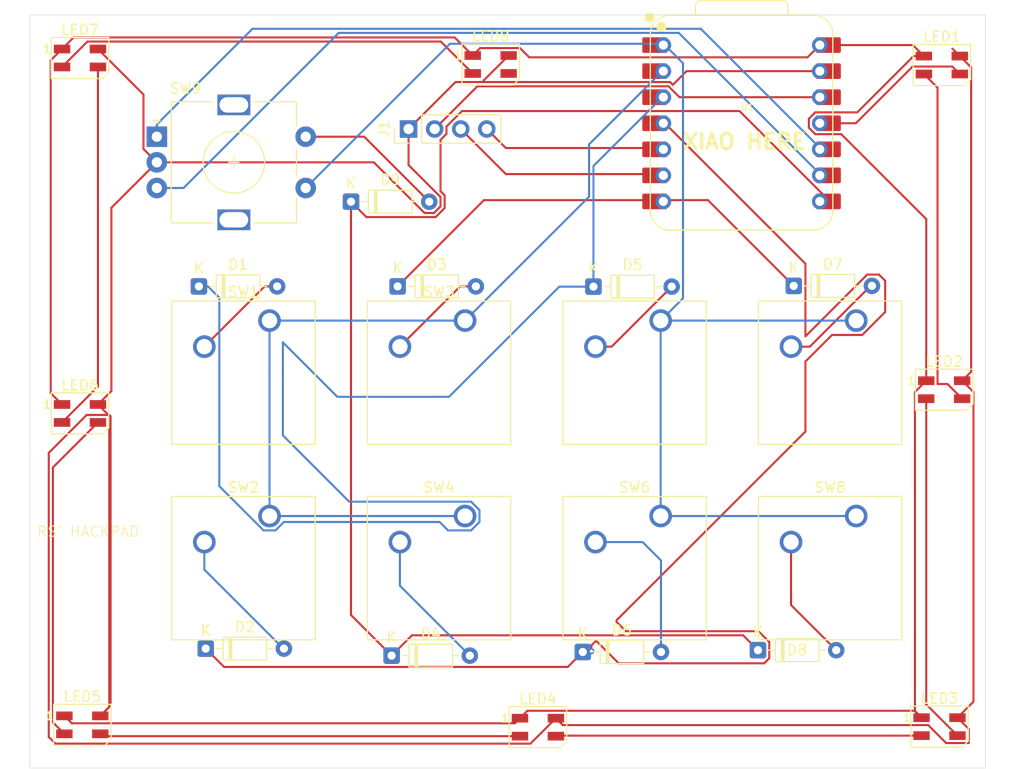
<source format=kicad_pcb>
(kicad_pcb (version 20241229) (generator "pcbnew") (generator_version "9.0")
  (layers (0 "F.Cu" signal) (2 "B.Cu" signal) (13 "F.Paste" user) (15 "B.Paste" user) (5 "F.SilkS" user "F.Silkscreen") (7 "B.SilkS" user "B.Silkscreen") (1 "F.Mask" user) (3 "B.Mask" user) (25 "Edge.Cuts" user))
  (net 0 "")
  (net 1 "Net-(D1-A)")
  (net 2 "/COL1")
  (net 3 "/COL2")
  (net 4 "Net-(D2-A)")
  (net 5 "Net-(D3-A)")
  (net 6 "/COL3")
  (net 7 "/COL4")
  (net 8 "Net-(D4-A)")
  (net 9 "Net-(D5-A)")
  (net 10 "Net-(D6-A)")
  (net 11 "Net-(D7-A)")
  (net 12 "Net-(D8-A)")
  (net 13 "Net-(D9-A)")
  (net 14 "+3.3V")
  (net 15 "GND")
  (net 16 "+5V")
  (net 17 "Net-(LED1-DIN)")
  (net 18 "Net-(LED1-DOUT)")
  (net 19 "Net-(LED2-DOUT)")
  (net 20 "Net-(LED3-DOUT)")
  (net 21 "Net-(LED4-DOUT)")
  (net 22 "/ROW1")
  (net 23 "/ROW2")
  (net 24 "Net-(U1-GPIO4{slash}MISO)")
  (net 25 "Net-(U1-GPIO2{slash}SCK)")
  (net 26 "Net-(J1-Pin_4)")
  (net 27 "Net-(J1-Pin_3)")
  (net 28 "Net-(LED5-DOUT)")
  (net 29 "Net-(LED6-DOUT)")
  (net 30 "Net-(LED7-DOUT)")
  (footprint "Rotary_Encoder:RotaryEncoder_Alps_EC11E-Switch_Vertical_H20mm" (layer "F.Cu") (at 117.7688 79.3896)
    (property "Reference" "SW9" (at 2.8 -4.7 0) (layer "F.SilkS"))
    (property "Value" "RotaryEncoder_Switch")
    (pad "A" thru_hole rect (at 0 0) (size 2 2) (drill 1) (layers "*.Cu" "*.Mask") (net 24 "Net-(U1-GPIO4{slash}MISO)"))
    (pad "B" thru_hole circle (at 0 5) (size 2 2) (drill 1) (layers "*.Cu" "*.Mask") (net 25 "Net-(U1-GPIO2{slash}SCK)"))
    (pad "C" thru_hole circle (at 0 2.5) (size 2 2) (drill 1) (layers "*.Cu" "*.Mask") (net 15 "GND"))
    (pad "MP" thru_hole rect (at 7.5 -3.1) (size 3.2 2) (drill oval 2.8 1.5) (layers "*.Cu" "*.Mask"))
    (pad "MP" thru_hole rect (at 7.5 8.1) (size 3.2 2) (drill oval 2.8 1.5) (layers "*.Cu" "*.Mask"))
    (pad "S1" thru_hole circle (at 14.5 5) (size 2 2) (drill 1) (layers "*.Cu" "*.Mask") (net 23 "/ROW2"))
    (pad "S2" thru_hole circle (at 14.5 0) (size 2 2) (drill 1) (layers "*.Cu" "*.Mask") (net 13 "Net-(D9-A)"))
  )
  (footprint "Diode_THT:D_DO-35_SOD27_P7.62mm_Horizontal" (layer "F.Cu") (at 140.6398 129.9718)
    (property "Reference" "D4" (at 3.81 -2.12 0) (layer "F.SilkS"))
    (property "Value" "1N4148")
    (fp_text user "K" (at 0 -1.8 0) (layer "F.SilkS"))
    (pad "1" thru_hole roundrect (at 0 0) (size 1.6 1.6) (drill 0.8) (layers "*.Cu" "*.Mask") (roundrect_rratio 0.15625) (net 7 "/COL4"))
    (pad "2" thru_hole circle (at 7.62 0) (size 1.6 1.6) (drill 0.8) (layers "*.Cu" "*.Mask") (net 8 "Net-(D4-A)"))
  )
  (footprint "Diode_THT:D_DO-35_SOD27_P7.62mm_Horizontal" (layer "F.Cu") (at 179.8066 93.9292)
    (property "Reference" "D7" (at 3.81 -2.12 0) (layer "F.SilkS"))
    (property "Value" "1N4148")
    (fp_text user "K" (at 0 -1.8 0) (layer "F.SilkS"))
    (pad "1" thru_hole roundrect (at 0 0) (size 1.6 1.6) (drill 0.8) (layers "*.Cu" "*.Mask") (roundrect_rratio 0.15625) (net 6 "/COL3"))
    (pad "2" thru_hole circle (at 7.62 0) (size 1.6 1.6) (drill 0.8) (layers "*.Cu" "*.Mask") (net 11 "Net-(D7-A)"))
  )
  (footprint "Diode_THT:D_DO-35_SOD27_P7.62mm_Horizontal" (layer "F.Cu") (at 136.68375 85.725)
    (property "Reference" "D9" (at 3.81 -2.12 0) (layer "F.SilkS"))
    (property "Value" "1N4148")
    (fp_text user "K" (at 0 -1.8 0) (layer "F.SilkS"))
    (pad "1" thru_hole roundrect (at 0 0) (size 1.6 1.6) (drill 0.8) (layers "*.Cu" "*.Mask") (roundrect_rratio 0.15625) (net 7 "/COL4"))
    (pad "2" thru_hole circle (at 7.62 0) (size 1.6 1.6) (drill 0.8) (layers "*.Cu" "*.Mask") (net 13 "Net-(D9-A)"))
  )
  (footprint "LED_SMD:LED_SK6812MINI_PLCC4_3.5x3.5mm_P1.75mm" (layer "F.Cu") (at 150.2892 72.3506)
    (property "Reference" "LED8" (at 0 -2.75 0) (layer "F.SilkS"))
    (property "Value" "choc_SK6812MINI-E")
    (fp_text user "1" (at -3.2 -0.875 0) (layer "F.SilkS") (effects (font (size 0.8 0.8))))
    (pad "1" smd rect (at -1.75 -0.875) (size 1.6 0.85) (layers "F.Cu" "F.Mask" "F.Paste") (net 16 "+5V"))
    (pad "2" smd rect (at -1.75 0.875) (size 1.6 0.85) (layers "F.Cu" "F.Mask" "F.Paste") (net 30 "Net-(LED7-DOUT)"))
    (pad "3" smd rect (at 1.75 0.875) (size 1.6 0.85) (layers "F.Cu" "F.Mask" "F.Paste"))
    (pad "4" smd rect (at 1.75 -0.875) (size 1.6 0.85) (layers "F.Cu" "F.Mask" "F.Paste") (net 15 "GND"))
  )
  (footprint "Button_Switch_Keyboard:SW_Cherry_MX_1.00u_PCB" (layer "F.Cu") (at 185.89625 97.31375)
    (property "Reference" "SW7" (hide yes))
    (property "Value" "SW_Push")
    (pad "" np_thru_hole circle (at -7.62 5.08) (size 1.7 1.7) (drill 1.7) (layers "*.Cu" "*.Mask"))
    (pad "" np_thru_hole circle (at -2.54 5.08) (size 4 4) (drill 4) (layers "*.Cu" "*.Mask"))
    (pad "" np_thru_hole circle (at 2.54 5.08) (size 1.7 1.7) (drill 1.7) (layers "*.Cu" "*.Mask"))
    (pad "1" thru_hole circle (at 0 0) (size 2.2 2.2) (drill 1.5) (layers "*.Cu" "*.Mask") (net 23 "/ROW2"))
    (pad "2" thru_hole circle (at -6.35 2.54) (size 2.2 2.2) (drill 1.5) (layers "*.Cu" "*.Mask") (net 11 "Net-(D7-A)"))
  )
  (footprint "Seeed Studio XIAO Series Library:XIAO-RP2040-DIP" (layer "F.Cu") (at 174.7266 78.0796)
    (property "Reference" "U1" (at 0.5588 -1.5748 0) (layer "F.SilkS") (effects (font (size 0.635 0.635) (thickness 0.1016))))
    (property "Value" "XIAO-RP2040-DIP")
    (pad "1" smd roundrect (at -8.455 -7.62 180) (size 2.432 1.524) (layers "F.Cu" "F.Mask") (roundrect_rratio 0.1) (net 23 "/ROW2"))
    (pad "1" thru_hole circle (at -7.62 -7.62 180) (size 1.524 1.524) (drill 0.889) (layers "*.Cu" "*.Mask") (net 23 "/ROW2"))
    (pad "2" smd roundrect (at -8.455 -5.08 180) (size 2.432 1.524) (layers "F.Cu" "F.Mask") (roundrect_rratio 0.1) (net 22 "/ROW1"))
    (pad "2" thru_hole circle (at -7.62 -5.08 180) (size 1.524 1.524) (drill 0.889) (layers "*.Cu" "*.Mask") (net 22 "/ROW1"))
    (pad "3" smd roundrect (at -8.455 -2.54 180) (size 2.432 1.524) (layers "F.Cu" "F.Mask") (roundrect_rratio 0.1) (net 2 "/COL1"))
    (pad "3" thru_hole circle (at -7.62 -2.54 180) (size 1.524 1.524) (drill 0.889) (layers "*.Cu" "*.Mask") (net 2 "/COL1"))
    (pad "4" smd roundrect (at -8.455 0 180) (size 2.432 1.524) (layers "F.Cu" "F.Mask") (roundrect_rratio 0.1) (net 3 "/COL2"))
    (pad "4" thru_hole circle (at -7.62 0 180) (size 1.524 1.524) (drill 0.889) (layers "*.Cu" "*.Mask") (net 3 "/COL2"))
    (pad "5" smd roundrect (at -8.455 2.54 180) (size 2.432 1.524) (layers "F.Cu" "F.Mask") (roundrect_rratio 0.1) (net 26 "Net-(J1-Pin_4)"))
    (pad "5" thru_hole circle (at -7.62 2.54 180) (size 1.524 1.524) (drill 0.889) (layers "*.Cu" "*.Mask") (net 26 "Net-(J1-Pin_4)"))
    (pad "6" smd roundrect (at -8.455 5.08 180) (size 2.432 1.524) (layers "F.Cu" "F.Mask") (roundrect_rratio 0.1) (net 27 "Net-(J1-Pin_3)"))
    (pad "6" thru_hole circle (at -7.62 5.08 180) (size 1.524 1.524) (drill 0.889) (layers "*.Cu" "*.Mask") (net 27 "Net-(J1-Pin_3)"))
    (pad "7" smd roundrect (at -8.455 7.62 180) (size 2.432 1.524) (layers "F.Cu" "F.Mask") (roundrect_rratio 0.1) (net 6 "/COL3"))
    (pad "7" thru_hole circle (at -7.62 7.62 180) (size 1.524 1.524) (drill 0.889) (layers "*.Cu" "*.Mask") (net 6 "/COL3"))
    (pad "8" thru_hole circle (at 7.62 7.62) (size 1.524 1.524) (drill 0.889) (layers "*.Cu" "*.Mask") (net 7 "/COL4"))
    (pad "8" smd roundrect (at 8.455 7.62) (size 2.432 1.524) (layers "F.Cu" "F.Mask") (roundrect_rratio 0.1) (net 7 "/COL4"))
    (pad "9" thru_hole circle (at 7.62 5.08) (size 1.524 1.524) (drill 0.889) (layers "*.Cu" "*.Mask") (net 25 "Net-(U1-GPIO2{slash}SCK)"))
    (pad "9" smd roundrect (at 8.455 5.08) (size 2.432 1.524) (layers "F.Cu" "F.Mask") (roundrect_rratio 0.1) (net 25 "Net-(U1-GPIO2{slash}SCK)"))
    (pad "10" thru_hole circle (at 7.62 2.54) (size 1.524 1.524) (drill 0.889) (layers "*.Cu" "*.Mask") (net 24 "Net-(U1-GPIO4{slash}MISO)"))
    (pad "10" smd roundrect (at 8.455 2.54) (size 2.432 1.524) (layers "F.Cu" "F.Mask") (roundrect_rratio 0.1) (net 24 "Net-(U1-GPIO4{slash}MISO)"))
    (pad "11" thru_hole circle (at 7.62 0) (size 1.524 1.524) (drill 0.889) (layers "*.Cu" "*.Mask") (net 17 "Net-(LED1-DIN)"))
    (pad "11" smd roundrect (at 8.455 0) (size 2.432 1.524) (layers "F.Cu" "F.Mask") (roundrect_rratio 0.1) (net 17 "Net-(LED1-DIN)"))
    (pad "12" thru_hole circle (at 7.62 -2.54) (size 1.524 1.524) (drill 0.889) (layers "*.Cu" "*.Mask") (net 14 "+3.3V"))
    (pad "12" smd roundrect (at 8.455 -2.54) (size 2.432 1.524) (layers "F.Cu" "F.Mask") (roundrect_rratio 0.1) (net 14 "+3.3V"))
    (pad "13" thru_hole circle (at 7.62 -5.08) (size 1.524 1.524) (drill 0.889) (layers "*.Cu" "*.Mask") (net 15 "GND"))
    (pad "13" smd roundrect (at 8.455 -5.08) (size 2.432 1.524) (layers "F.Cu" "F.Mask") (roundrect_rratio 0.1) (net 15 "GND"))
    (pad "14" thru_hole circle (at 7.62 -7.62) (size 1.524 1.524) (drill 0.889) (layers "*.Cu" "*.Mask") (net 16 "+5V"))
    (pad "14" smd roundrect (at 8.455 -7.62) (size 2.432 1.524) (layers "F.Cu" "F.Mask") (roundrect_rratio 0.1) (net 16 "+5V"))
  )
  (footprint "Button_Switch_Keyboard:SW_Cherry_MX_1.00u_PCB" (layer "F.Cu") (at 128.74625 116.36375)
    (property "Reference" "SW2" (at -2.54 -2.794 0) (layer "F.SilkS"))
    (property "Value" "SW_Push")
    (pad "" np_thru_hole circle (at -7.62 5.08) (size 1.7 1.7) (drill 1.7) (layers "*.Cu" "*.Mask"))
    (pad "" np_thru_hole circle (at -2.54 5.08) (size 4 4) (drill 4) (layers "*.Cu" "*.Mask"))
    (pad "" np_thru_hole circle (at 2.54 5.08) (size 1.7 1.7) (drill 1.7) (layers "*.Cu" "*.Mask"))
    (pad "1" thru_hole circle (at 0 0) (size 2.2 2.2) (drill 1.5) (layers "*.Cu" "*.Mask") (net 22 "/ROW1"))
    (pad "2" thru_hole circle (at -6.35 2.54) (size 2.2 2.2) (drill 1.5) (layers "*.Cu" "*.Mask") (net 4 "Net-(D2-A)"))
  )
  (footprint "Connector_PinHeader_2.54mm:PinHeader_1x04_P2.54mm_Vertical" (layer "F.Cu") (at 142.2908 78.6384 90)
    (property "Reference" "J1" (at 0 -2.38 90) (layer "F.SilkS"))
    (property "Value" "OLED_DISPLAY")
    (pad "1" thru_hole rect (at 0 0 90) (size 1.7 1.7) (drill 1) (layers "*.Cu" "*.Mask") (net 15 "GND"))
    (pad "2" thru_hole circle (at 0 2.54 90) (size 1.7 1.7) (drill 1) (layers "*.Cu" "*.Mask") (net 14 "+3.3V"))
    (pad "3" thru_hole circle (at 0 5.08 90) (size 1.7 1.7) (drill 1) (layers "*.Cu" "*.Mask") (net 27 "Net-(J1-Pin_3)"))
    (pad "4" thru_hole circle (at 0 7.62 90) (size 1.7 1.7) (drill 1) (layers "*.Cu" "*.Mask") (net 26 "Net-(J1-Pin_4)"))
  )
  (footprint "Diode_THT:D_DO-35_SOD27_P7.62mm_Horizontal" (layer "F.Cu") (at 176.3268 129.4384)
    (property "Reference" "D8" (at 3.81 0 0) (layer "F.SilkS"))
    (property "Value" "1N4148")
    (fp_text user "K" (at 0 -1.8 0) (layer "F.SilkS"))
    (pad "1" thru_hole roundrect (at 0 0) (size 1.6 1.6) (drill 0.8) (layers "*.Cu" "*.Mask") (roundrect_rratio 0.15625) (net 7 "/COL4"))
    (pad "2" thru_hole circle (at 7.62 0) (size 1.6 1.6) (drill 0.8) (layers "*.Cu" "*.Mask") (net 12 "Net-(D8-A)"))
  )
  (footprint "Button_Switch_Keyboard:SW_Cherry_MX_1.00u_PCB" (layer "F.Cu") (at 166.84625 116.36375)
    (property "Reference" "SW6" (at -2.54 -2.794 0) (layer "F.SilkS"))
    (property "Value" "SW_Push")
    (pad "" np_thru_hole circle (at -7.62 5.08) (size 1.7 1.7) (drill 1.7) (layers "*.Cu" "*.Mask"))
    (pad "" np_thru_hole circle (at -2.54 5.08) (size 4 4) (drill 4) (layers "*.Cu" "*.Mask"))
    (pad "" np_thru_hole circle (at 2.54 5.08) (size 1.7 1.7) (drill 1.7) (layers "*.Cu" "*.Mask"))
    (pad "1" thru_hole circle (at 0 0) (size 2.2 2.2) (drill 1.5) (layers "*.Cu" "*.Mask") (net 23 "/ROW2"))
    (pad "2" thru_hole circle (at -6.35 2.54) (size 2.2 2.2) (drill 1.5) (layers "*.Cu" "*.Mask") (net 10 "Net-(D6-A)"))
  )
  (footprint "LED_SMD:LED_SK6812MINI_PLCC4_3.5x3.5mm_P1.75mm" (layer "F.Cu") (at 110.2842 71.7182)
    (property "Reference" "LED7" (at 0 -2.75 0) (layer "F.SilkS"))
    (property "Value" "choc_SK6812MINI-E")
    (fp_text user "1" (at -3.2 -0.875 0) (layer "F.SilkS") (effects (font (size 0.8 0.8))))
    (pad "1" smd rect (at -1.75 -0.875) (size 1.6 0.85) (layers "F.Cu" "F.Mask" "F.Paste") (net 16 "+5V"))
    (pad "2" smd rect (at -1.75 0.875) (size 1.6 0.85) (layers "F.Cu" "F.Mask" "F.Paste") (net 30 "Net-(LED7-DOUT)"))
    (pad "3" smd rect (at 1.75 0.875) (size 1.6 0.85) (layers "F.Cu" "F.Mask" "F.Paste") (net 29 "Net-(LED6-DOUT)"))
    (pad "4" smd rect (at 1.75 -0.875) (size 1.6 0.85) (layers "F.Cu" "F.Mask" "F.Paste") (net 15 "GND"))
  )
  (footprint "LED_SMD:LED_SK6812MINI_PLCC4_3.5x3.5mm_P1.75mm" (layer "F.Cu") (at 194.465 104.0498)
    (property "Reference" "LED2" (at 0 -2.75 0) (layer "F.SilkS"))
    (property "Value" "choc_SK6812MINI-E")
    (fp_text user "1" (at -3.2 -0.875 0) (layer "F.SilkS") (effects (font (size 0.8 0.8))))
    (pad "1" smd rect (at -1.75 -0.875) (size 1.6 0.85) (layers "F.Cu" "F.Mask" "F.Paste") (net 16 "+5V"))
    (pad "2" smd rect (at -1.75 0.875) (size 1.6 0.85) (layers "F.Cu" "F.Mask" "F.Paste") (net 19 "Net-(LED2-DOUT)"))
    (pad "3" smd rect (at 1.75 0.875) (size 1.6 0.85) (layers "F.Cu" "F.Mask" "F.Paste") (net 18 "Net-(LED1-DOUT)"))
    (pad "4" smd rect (at 1.75 -0.875) (size 1.6 0.85) (layers "F.Cu" "F.Mask" "F.Paste") (net 15 "GND"))
  )
  (footprint "Button_Switch_Keyboard:SW_Cherry_MX_1.00u_PCB" (layer "F.Cu") (at 128.74625 97.31375)
    (property "Reference" "SW1" (at -2.54 -2.794 0) (layer "F.SilkS"))
    (property "Value" "SW_Push")
    (pad "" np_thru_hole circle (at -7.62 5.08) (size 1.7 1.7) (drill 1.7) (layers "*.Cu" "*.Mask"))
    (pad "" np_thru_hole circle (at -2.54 5.08) (size 4 4) (drill 4) (layers "*.Cu" "*.Mask"))
    (pad "" np_thru_hole circle (at 2.54 5.08) (size 1.7 1.7) (drill 1.7) (layers "*.Cu" "*.Mask"))
    (pad "1" thru_hole circle (at 0 0) (size 2.2 2.2) (drill 1.5) (layers "*.Cu" "*.Mask") (net 22 "/ROW1"))
    (pad "2" thru_hole circle (at -6.35 2.54) (size 2.2 2.2) (drill 1.5) (layers "*.Cu" "*.Mask") (net 1 "Net-(D1-A)"))
  )
  (footprint "LED_SMD:LED_SK6812MINI_PLCC4_3.5x3.5mm_P1.75mm" (layer "F.Cu") (at 194.2364 72.404)
    (property "Reference" "LED1" (at 0 -2.75 0) (layer "F.SilkS"))
    (property "Value" "choc_SK6812MINI-E")
    (pad "1" smd rect (at -1.75 -0.875) (size 1.6 0.85) (layers "F.Cu" "F.Mask" "F.Paste") (net 16 "+5V"))
    (pad "2" smd rect (at -1.75 0.875) (size 1.6 0.85) (layers "F.Cu" "F.Mask" "F.Paste") (net 18 "Net-(LED1-DOUT)"))
    (pad "3" smd rect (at 1.75 0.875) (size 1.6 0.85) (layers "F.Cu" "F.Mask" "F.Paste") (net 17 "Net-(LED1-DIN)"))
    (pad "4" smd rect (at 1.75 -0.875) (size 1.6 0.85) (layers "F.Cu" "F.Mask" "F.Paste") (net 15 "GND"))
  )
  (footprint "Button_Switch_Keyboard:SW_Cherry_MX_1.00u_PCB" (layer "F.Cu") (at 185.89625 116.36375)
    (property "Reference" "SW8" (at -2.54 -2.794 0) (layer "F.SilkS"))
    (property "Value" "SW_Push")
    (pad "" np_thru_hole circle (at -7.62 5.08) (size 1.7 1.7) (drill 1.7) (layers "*.Cu" "*.Mask"))
    (pad "" np_thru_hole circle (at -2.54 5.08) (size 4 4) (drill 4) (layers "*.Cu" "*.Mask"))
    (pad "" np_thru_hole circle (at 2.54 5.08) (size 1.7 1.7) (drill 1.7) (layers "*.Cu" "*.Mask"))
    (pad "1" thru_hole circle (at 0 0) (size 2.2 2.2) (drill 1.5) (layers "*.Cu" "*.Mask") (net 23 "/ROW2"))
    (pad "2" thru_hole circle (at -6.35 2.54) (size 2.2 2.2) (drill 1.5) (layers "*.Cu" "*.Mask") (net 12 "Net-(D8-A)"))
  )
  (footprint "Diode_THT:D_DO-35_SOD27_P7.62mm_Horizontal" (layer "F.Cu") (at 122.5296 129.286)
    (property "Reference" "D2" (at 3.81 -2.12 0) (layer "F.SilkS"))
    (property "Value" "1N4148")
    (fp_text user "K" (at 0 -1.8 0) (layer "F.SilkS"))
    (pad "1" thru_hole roundrect (at 0 0) (size 1.6 1.6) (drill 0.8) (layers "*.Cu" "*.Mask") (roundrect_rratio 0.15625) (net 3 "/COL2"))
    (pad "2" thru_hole circle (at 7.62 0) (size 1.6 1.6) (drill 0.8) (layers "*.Cu" "*.Mask") (net 4 "Net-(D2-A)"))
  )
  (footprint "Diode_THT:D_DO-35_SOD27_P7.62mm_Horizontal" (layer "F.Cu") (at 121.8692 93.98)
    (property "Reference" "D1" (at 3.81 -2.12 0) (layer "F.SilkS"))
    (property "Value" "1N4148")
    (fp_text user "K" (at 0 -1.8 0) (layer "F.SilkS"))
    (pad "1" thru_hole roundrect (at 0 0) (size 1.6 1.6) (drill 0.8) (layers "*.Cu" "*.Mask") (roundrect_rratio 0.15625) (net 2 "/COL1"))
    (pad "2" thru_hole circle (at 7.62 0) (size 1.6 1.6) (drill 0.8) (layers "*.Cu" "*.Mask") (net 1 "Net-(D1-A)"))
  )
  (footprint "LED_SMD:LED_SK6812MINI_PLCC4_3.5x3.5mm_P1.75mm" (layer "F.Cu") (at 110.2842 106.3638)
    (property "Reference" "LED6" (at 0 -2.75 0) (layer "F.SilkS"))
    (property "Value" "choc_SK6812MINI-E")
    (fp_text user "1" (at -3.2 -0.875 0) (layer "F.SilkS") (effects (font (size 0.8 0.8))))
    (pad "1" smd rect (at -1.75 -0.875) (size 1.6 0.85) (layers "F.Cu" "F.Mask" "F.Paste") (net 16 "+5V"))
    (pad "2" smd rect (at -1.75 0.875) (size 1.6 0.85) (layers "F.Cu" "F.Mask" "F.Paste") (net 29 "Net-(LED6-DOUT)"))
    (pad "3" smd rect (at 1.75 0.875) (size 1.6 0.85) (layers "F.Cu" "F.Mask" "F.Paste") (net 28 "Net-(LED5-DOUT)"))
    (pad "4" smd rect (at 1.75 -0.875) (size 1.6 0.85) (layers "F.Cu" "F.Mask" "F.Paste") (net 15 "GND"))
  )
  (footprint "Button_Switch_Keyboard:SW_Cherry_MX_1.00u_PCB" (layer "F.Cu") (at 166.84625 97.31375)
    (property "Reference" "SW5" (hide yes))
    (property "Value" "SW_Push")
    (pad "" np_thru_hole circle (at -7.62 5.08) (size 1.7 1.7) (drill 1.7) (layers "*.Cu" "*.Mask"))
    (pad "" np_thru_hole circle (at -2.54 5.08) (size 4 4) (drill 4) (layers "*.Cu" "*.Mask"))
    (pad "" np_thru_hole circle (at 2.54 5.08) (size 1.7 1.7) (drill 1.7) (layers "*.Cu" "*.Mask"))
    (pad "1" thru_hole circle (at 0 0) (size 2.2 2.2) (drill 1.5) (layers "*.Cu" "*.Mask") (net 23 "/ROW2"))
    (pad "2" thru_hole circle (at -6.35 2.54) (size 2.2 2.2) (drill 1.5) (layers "*.Cu" "*.Mask") (net 9 "Net-(D5-A)"))
  )
  (footprint "Button_Switch_Keyboard:SW_Cherry_MX_1.00u_PCB" (layer "F.Cu") (at 147.79625 97.31375)
    (property "Reference" "SW3" (at -2.54 -2.794 0) (layer "F.SilkS"))
    (property "Value" "SW_Push")
    (pad "" np_thru_hole circle (at -7.62 5.08) (size 1.7 1.7) (drill 1.7) (layers "*.Cu" "*.Mask"))
    (pad "" np_thru_hole circle (at -2.54 5.08) (size 4 4) (drill 4) (layers "*.Cu" "*.Mask"))
    (pad "" np_thru_hole circle (at 2.54 5.08) (size 1.7 1.7) (drill 1.7) (layers "*.Cu" "*.Mask"))
    (pad "1" thru_hole circle (at 0 0) (size 2.2 2.2) (drill 1.5) (layers "*.Cu" "*.Mask") (net 22 "/ROW1"))
    (pad "2" thru_hole circle (at -6.35 2.54) (size 2.2 2.2) (drill 1.5) (layers "*.Cu" "*.Mask") (net 5 "Net-(D3-A)"))
  )
  (footprint "LED_SMD:LED_SK6812MINI_PLCC4_3.5x3.5mm_P1.75mm" (layer "F.Cu") (at 194.0078 136.892)
    (property "Reference" "LED3" (at 0 -2.75 0) (layer "F.SilkS"))
    (property "Value" "choc_SK6812MINI-E")
    (fp_text user "1" (at -3.2 -0.875 0) (layer "F.SilkS") (effects (font (size 0.8 0.8))))
    (pad "1" smd rect (at -1.75 -0.875) (size 1.6 0.85) (layers "F.Cu" "F.Mask" "F.Paste") (net 16 "+5V"))
    (pad "2" smd rect (at -1.75 0.875) (size 1.6 0.85) (layers "F.Cu" "F.Mask" "F.Paste") (net 20 "Net-(LED3-DOUT)"))
    (pad "3" smd rect (at 1.75 0.875) (size 1.6 0.85) (layers "F.Cu" "F.Mask" "F.Paste") (net 19 "Net-(LED2-DOUT)"))
    (pad "4" smd rect (at 1.75 -0.875) (size 1.6 0.85) (layers "F.Cu" "F.Mask" "F.Paste") (net 15 "GND"))
  )
  (footprint "Diode_THT:D_DO-35_SOD27_P7.62mm_Horizontal" (layer "F.Cu") (at 160.2994 94.0054)
    (property "Reference" "D5" (at 3.81 -2.12 0) (layer "F.SilkS"))
    (property "Value" "1N4148")
    (fp_text user "K" (at 0 -1.8 0) (layer "F.SilkS"))
    (pad "1" thru_hole roundrect (at 0 0) (size 1.6 1.6) (drill 0.8) (layers "*.Cu" "*.Mask") (roundrect_rratio 0.15625) (net 2 "/COL1"))
    (pad "2" thru_hole circle (at 7.62 0) (size 1.6 1.6) (drill 0.8) (layers "*.Cu" "*.Mask") (net 9 "Net-(D5-A)"))
  )
  (footprint "Button_Switch_Keyboard:SW_Cherry_MX_1.00u_PCB" (layer "F.Cu") (at 147.79625 116.36375)
    (property "Reference" "SW4" (at -2.54 -2.794 0) (layer "F.SilkS"))
    (property "Value" "SW_Push")
    (pad "" np_thru_hole circle (at -7.62 5.08) (size 1.7 1.7) (drill 1.7) (layers "*.Cu" "*.Mask"))
    (pad "" np_thru_hole circle (at -2.54 5.08) (size 4 4) (drill 4) (layers "*.Cu" "*.Mask"))
    (pad "" np_thru_hole circle (at 2.54 5.08) (size 1.7 1.7) (drill 1.7) (layers "*.Cu" "*.Mask"))
    (pad "1" thru_hole circle (at 0 0) (size 2.2 2.2) (drill 1.5) (layers "*.Cu" "*.Mask") (net 22 "/ROW1"))
    (pad "2" thru_hole circle (at -6.35 2.54) (size 2.2 2.2) (drill 1.5) (layers "*.Cu" "*.Mask") (net 8 "Net-(D4-A)"))
  )
  (footprint "Diode_THT:D_DO-35_SOD27_P7.62mm_Horizontal" (layer "F.Cu") (at 159.258 129.6162)
    (property "Reference" "D6" (at 3.81 -2.12 0) (layer "F.SilkS"))
    (property "Value" "1N4148")
    (fp_text user "K" (at 0 -1.8 0) (layer "F.SilkS"))
    (pad "1" thru_hole roundrect (at 0 0) (size 1.6 1.6) (drill 0.8) (layers "*.Cu" "*.Mask") (roundrect_rratio 0.15625) (net 3 "/COL2"))
    (pad "2" thru_hole circle (at 7.62 0) (size 1.6 1.6) (drill 0.8) (layers "*.Cu" "*.Mask") (net 10 "Net-(D6-A)"))
  )
  (footprint "Diode_THT:D_DO-35_SOD27_P7.62mm_Horizontal" (layer "F.Cu") (at 141.224 93.98)
    (property "Reference" "D3" (at 3.81 -2.12 0) (layer "F.SilkS"))
    (property "Value" "1N4148")
    (fp_text user "K" (at 0 -1.8 0) (layer "F.SilkS"))
    (pad "1" thru_hole roundrect (at 0 0) (size 1.6 1.6) (drill 0.8) (layers "*.Cu" "*.Mask") (roundrect_rratio 0.15625) (net 6 "/COL3"))
    (pad "2" thru_hole circle (at 7.62 0) (size 1.6 1.6) (drill 0.8) (layers "*.Cu" "*.Mask") (net 5 "Net-(D3-A)"))
  )
  (footprint "LED_SMD:LED_SK6812MINI_PLCC4_3.5x3.5mm_P1.75mm" (layer "F.Cu") (at 110.5128 136.7168)
    (property "Reference" "LED5" (at 0 -2.75 0) (layer "F.SilkS"))
    (property "Value" "choc_SK6812MINI-E")
    (fp_text user "1" (at -3.2 -0.875 0) (layer "F.SilkS") (effects (font (size 0.8 0.8))))
    (pad "1" smd rect (at -1.75 -0.875) (size 1.6 0.85) (layers "F.Cu" "F.Mask" "F.Paste") (net 16 "+5V"))
    (pad "2" smd rect (at -1.75 0.875) (size 1.6 0.85) (layers "F.Cu" "F.Mask" "F.Paste") (net 28 "Net-(LED5-DOUT)"))
    (pad "3" smd rect (at 1.75 0.875) (size 1.6 0.85) (layers "F.Cu" "F.Mask" "F.Paste") (net 21 "Net-(LED4-DOUT)"))
    (pad "4" smd rect (at 1.75 -0.875) (size 1.6 0.85) (layers "F.Cu" "F.Mask" "F.Paste") (net 15 "GND"))
  )
  (footprint "LED_SMD:LED_SK6812MINI_PLCC4_3.5x3.5mm_P1.75mm" (layer "F.Cu") (at 154.8918 136.9454)
    (property "Reference" "LED4" (at 0 -2.75 0) (layer "F.SilkS"))
    (property "Value" "choc_SK6812MINI-E")
    (fp_text user "1" (at -3.2 -0.875 0) (layer "F.SilkS") (effects (font (size 0.8 0.8))))
    (pad "1" smd rect (at -1.75 -0.875) (size 1.6 0.85) (layers "F.Cu" "F.Mask" "F.Paste") (net 16 "+5V"))
    (pad "2" smd rect (at -1.75 0.875) (size 1.6 0.85) (layers "F.Cu" "F.Mask" "F.Paste") (net 21 "Net-(LED4-DOUT)"))
    (pad "3" smd rect (at 1.75 0.875) (size 1.6 0.85) (layers "F.Cu" "F.Mask" "F.Paste") (net 20 "Net-(LED3-DOUT)"))
    (pad "4" smd rect (at 1.75 -0.875) (size 1.6 0.85) (layers "F.Cu" "F.Mask" "F.Paste") (net 15 "GND"))
  )
  (gr_rect (start 105.41 67.5132) (end 198.4756 140.9192) (stroke (width 0.05)) (fill no) (layer "Edge.Cuts"))
  (gr_text "XIAO HERE" (at 168.8592 80.7466 0) (layer "F.SilkS") (effects (font (size 1.5 1.5) (thickness 0.3) (bold yes)) (justify left bottom)))
  (gr_text "RS' HACKPAD" (at 106.045 118.4656 0) (layer "F.SilkS") (effects (font (size 1 1) (thickness 0.1)) (justify left bottom)))
  (segment (start 122.39625 99.85375) (end 128.27 93.98) (width 0.2) (layer "F.Cu") (net 1))
  (segment (start 128.27 93.98) (end 129.4892 93.98) (width 0.2) (layer "F.Cu") (net 1))
  (segment (start 149.19725 116.944064) (end 148.376564 117.76475) (width 0.2) (layer "B.Cu") (net 2))
  (segment (start 123.85525 95.083936) (end 122.751314 93.98) (width 0.2) (layer "B.Cu") (net 2))
  (segment (start 167.132 75.4126) (end 160.2994 82.2452) (width 0.2) (layer "B.Cu") (net 2))
  (segment (start 130.14725 116.944064) (end 129.326564 117.76475) (width 0.2) (layer "B.Cu") (net 2))
  (segment (start 128.165936 117.76475) (end 123.85525 113.454064) (width 0.2) (layer "B.Cu") (net 2))
  (segment (start 160.2994 94.0054) (end 156.969416 94.0054) (width 0.2) (layer "B.Cu") (net 2))
  (segment (start 146.138508 117.76475) (end 145.317822 116.944064) (width 0.2) (layer "B.Cu") (net 2))
  (segment (start 146.230066 104.74475) (end 135.356564 104.74475) (width 0.2) (layer "B.Cu") (net 2))
  (segment (start 129.326564 117.76475) (end 128.165936 117.76475) (width 0.2) (layer "B.Cu") (net 2))
  (segment (start 160.2994 82.2452) (end 160.2994 94.0054) (width 0.2) (layer "B.Cu") (net 2))
  (segment (start 148.376564 114.96275) (end 149.19725 115.783436) (width 0.2) (layer "B.Cu") (net 2))
  (segment (start 135.356564 104.74475) (end 130.046414 99.4346) (width 0.2) (layer "B.Cu") (net 2))
  (segment (start 136.508836 114.96275) (end 148.376564 114.96275) (width 0.2) (layer "B.Cu") (net 2))
  (segment (start 156.969416 94.0054) (end 146.230066 104.74475) (width 0.2) (layer "B.Cu") (net 2))
  (segment (start 148.376564 117.76475) (end 146.138508 117.76475) (width 0.2) (layer "B.Cu") (net 2))
  (segment (start 145.317822 116.944064) (end 130.14725 116.944064) (width 0.2) (layer "B.Cu") (net 2))
  (segment (start 130.046414 99.4346) (end 130.046414 108.500328) (width 0.2) (layer "B.Cu") (net 2))
  (segment (start 123.85525 113.454064) (end 123.85525 95.083936) (width 0.2) (layer "B.Cu") (net 2))
  (segment (start 149.19725 115.783436) (end 149.19725 116.944064) (width 0.2) (layer "B.Cu") (net 2))
  (segment (start 130.046414 108.500328) (end 136.508836 114.96275) (width 0.2) (layer "B.Cu") (net 2))
  (segment (start 122.751314 93.98) (end 121.8692 93.98) (width 0.2) (layer "B.Cu") (net 2))
  (segment (start 162.5536 126.681915) (end 163.461285 127.5896) (width 0.2) (layer "F.Cu") (net 3))
  (segment (start 180.94725 108.127566) (end 162.5536 126.521216) (width 0.2) (layer "F.Cu") (net 3))
  (segment (start 180.94725 101.304435) (end 180.94725 108.127566) (width 0.2) (layer "F.Cu") (net 3))
  (segment (start 176.93416 130.7172) (end 162.756816 130.7172) (width 0.2) (layer "F.Cu") (net 3))
  (segment (start 160.0962 128.978616) (end 160.0962 129.54) (width 0.2) (layer "F.Cu") (net 3))
  (segment (start 167.132 77.9526) (end 180.94725 91.76785) (width 0.2) (layer "F.Cu") (net 3))
  (segment (start 159.258 129.6162) (end 157.8014 131.0728) (width 0.2) (layer "F.Cu") (net 3))
  (segment (start 176.36416 127.5896) (end 177.4278 128.65324) (width 0.2) (layer "F.Cu") (net 3))
  (segment (start 162.5536 126.521216) (end 162.5536 126.681915) (width 0.2) (layer "F.Cu") (net 3))
  (segment (start 180.94725 98.8515) (end 186.97055 92.8282) (width 0.2) (layer "F.Cu") (net 3))
  (segment (start 157.8014 131.0728) (end 124.3164 131.0728) (width 0.2) (layer "F.Cu") (net 3))
  (segment (start 186.97055 92.8282) (end 188.110485 92.8282) (width 0.2) (layer "F.Cu") (net 3))
  (segment (start 180.94725 91.76785) (end 180.94725 98.8515) (width 0.2) (layer "F.Cu") (net 3))
  (segment (start 162.756816 130.7172) (end 160.557216 128.5176) (width 0.2) (layer "F.Cu") (net 3))
  (segment (start 188.110485 92.8282) (end 188.7156 93.433315) (width 0.2) (layer "F.Cu") (net 3))
  (segment (start 188.7156 96.475714) (end 186.476564 98.71475) (width 0.2) (layer "F.Cu") (net 3))
  (segment (start 177.4278 128.65324) (end 177.4278 130.22356) (width 0.2) (layer "F.Cu") (net 3))
  (segment (start 183.536935 98.71475) (end 180.94725 101.304435) (width 0.2) (layer "F.Cu") (net 3))
  (segment (start 188.7156 93.433315) (end 188.7156 96.475714) (width 0.2) (layer "F.Cu") (net 3))
  (segment (start 177.4278 130.22356) (end 176.93416 130.7172) (width 0.2) (layer "F.Cu") (net 3))
  (segment (start 124.3164 131.0728) (end 122.5296 129.286) (width 0.2) (layer "F.Cu") (net 3))
  (segment (start 160.557216 128.5176) (end 160.0962 128.978616) (width 0.2) (layer "F.Cu") (net 3))
  (segment (start 163.461285 127.5896) (end 176.36416 127.5896) (width 0.2) (layer "F.Cu") (net 3))
  (segment (start 186.476564 98.71475) (end 183.536935 98.71475) (width 0.2) (layer "F.Cu") (net 3))
  (segment (start 123.03984 129.6885) (end 122.724 129.37266) (width 0.2) (layer "F.Cu") (net 3))
  (via (at 160.0962 129.54) (size 0.6) (drill 0.3) (layers "F.Cu" "B.Cu") (net 3))
  (segment (start 122.39625 121.58345) (end 122.39625 118.90375) (width 0.2) (layer "B.Cu") (net 4))
  (segment (start 130.1496 129.286) (end 130.0988 129.286) (width 0.2) (layer "B.Cu") (net 4))
  (segment (start 130.0988 129.286) (end 122.39625 121.58345) (width 0.2) (layer "B.Cu") (net 4))
  (segment (start 147.32 93.98) (end 148.844 93.98) (width 0.2) (layer "F.Cu") (net 5))
  (segment (start 141.44625 99.85375) (end 147.32 93.98) (width 0.2) (layer "F.Cu") (net 5))
  (segment (start 171.45 85.5726) (end 179.8066 93.9292) (width 0.2) (layer "F.Cu") (net 6))
  (segment (start 167.132 85.5726) (end 171.45 85.5726) (width 0.2) (layer "F.Cu") (net 6))
  (segment (start 167.132 85.5726) (end 149.6314 85.5726) (width 0.2) (layer "F.Cu") (net 6))
  (segment (start 149.6314 85.5726) (end 141.224 93.98) (width 0.2) (layer "F.Cu") (net 6))
  (segment (start 138.18475 87.226) (end 136.68375 85.725) (width 0.2) (layer "F.Cu") (net 7))
  (segment (start 145.9818 79.11516) (end 145.40475 79.69221) (width 0.2) (layer "F.Cu") (net 7))
  (segment (start 136.68375 126.01575) (end 140.6398 129.9718) (width 0.2) (layer "F.Cu") (net 7))
  (segment (start 174.524 76.8896) (end 147.49184 76.8896) (width 0.2) (layer "F.Cu") (net 7))
  (segment (start 145.40475 79.69221) (end 145.40475 84.703264) (width 0.2) (layer "F.Cu") (net 7))
  (segment (start 136.68375 85.725) (end 136.68375 126.01575) (width 0.2) (layer "F.Cu") (net 7))
  (segment (start 145.9818 78.39964) (end 145.9818 79.11516) (width 0.2) (layer "F.Cu") (net 7))
  (segment (start 147.49184 76.8896) (end 145.9818 78.39964) (width 0.2) (layer "F.Cu") (net 7))
  (segment (start 174.879 127.9906) (end 176.3268 129.4384) (width 0.2) (layer "F.Cu") (net 7))
  (segment (start 145.40475 84.703264) (end 145.80475 85.103265) (width 0.2) (layer "F.Cu") (net 7))
  (segment (start 140.6398 129.9718) (end 142.621 127.9906) (width 0.2) (layer "F.Cu") (net 7))
  (segment (start 144.925485 87.226) (end 138.18475 87.226) (width 0.2) (layer "F.Cu") (net 7))
  (segment (start 145.80475 85.103265) (end 145.80475 86.346736) (width 0.2) (layer "F.Cu") (net 7))
  (segment (start 183.207 85.5726) (end 174.524 76.8896) (width 0.2) (layer "F.Cu") (net 7))
  (segment (start 145.80475 86.346736) (end 144.925485 87.226) (width 0.2) (layer "F.Cu") (net 7))
  (segment (start 142.621 127.9906) (end 174.879 127.9906) (width 0.2) (layer "F.Cu") (net 7))
  (segment (start 141.44625 123.15825) (end 141.44625 118.90375) (width 0.2) (layer "B.Cu") (net 8))
  (segment (start 148.2598 129.9718) (end 141.44625 123.15825) (width 0.2) (layer "B.Cu") (net 8))
  (segment (start 160.49625 99.85375) (end 162.07105 99.85375) (width 0.2) (layer "F.Cu") (net 9))
  (segment (start 162.07105 99.85375) (end 167.9194 94.0054) (width 0.2) (layer "F.Cu") (net 9))
  (segment (start 165.091066 118.90375) (end 160.49625 118.90375) (width 0.2) (layer "B.Cu") (net 10))
  (segment (start 166.878 120.690684) (end 165.091066 118.90375) (width 0.2) (layer "B.Cu") (net 10))
  (segment (start 166.878 129.6162) (end 166.878 120.690684) (width 0.2) (layer "B.Cu") (net 10))
  (segment (start 181.374936 99.85375) (end 187.629686 93.599) (width 0.2) (layer "F.Cu") (net 11))
  (segment (start 179.54625 99.85375) (end 181.374936 99.85375) (width 0.2) (layer "F.Cu") (net 11))
  (segment (start 179.54625 125.03785) (end 179.54625 118.90375) (width 0.2) (layer "F.Cu") (net 12))
  (segment (start 183.9468 129.4384) (end 179.54625 125.03785) (width 0.2) (layer "F.Cu") (net 12))
  (segment (start 132.2688 79.3896) (end 137.96835 79.3896) (width 0.2) (layer "F.Cu") (net 13))
  (segment (start 137.96835 79.3896) (end 144.30375 85.725) (width 0.2) (layer "F.Cu") (net 13))
  (segment (start 167.611514 74.4766) (end 148.9926 74.4766) (width 0.2) (layer "F.Cu") (net 14))
  (segment (start 182.3466 75.5396) (end 168.674514 75.5396) (width 0.2) (layer "F.Cu") (net 14))
  (segment (start 148.9926 74.4766) (end 144.8308 78.6384) (width 0.2) (layer "F.Cu") (net 14))
  (segment (start 168.674514 75.5396) (end 167.611514 74.4766) (width 0.2) (layer "F.Cu") (net 14))
  (segment (start 182.3466 72.9996) (end 169.3672 72.9996) (width 0.2) (layer "F.Cu") (net 15))
  (segment (start 112.0342 70.8432) (end 112.2452 70.8432) (width 0.2) (layer "F.Cu") (net 15))
  (segment (start 110.9332 106.5128) (end 107.2442 110.2018) (width 0.2) (layer "F.Cu") (net 15))
  (segment (start 117.7688 81.8896) (end 116.4678 80.5886) (width 0.2) (layer "F.Cu") (net 15))
  (segment (start 195.7578 136.017) (end 196.8588 137.118) (width 0.2) (layer "F.Cu") (net 15))
  (segment (start 107.2442 137.9002) (end 107.8904 138.5464) (width 0.2) (layer "F.Cu") (net 15))
  (segment (start 197.316 104.2758) (end 197.316 134.4588) (width 0.2) (layer "F.Cu") (net 15))
  (segment (start 182.7704 72.4742) (end 182.372 72.8726) (width 0.2) (layer "F.Cu") (net 15))
  (segment (start 197.316 134.4588) (end 195.7578 136.017) (width 0.2) (layer "F.Cu") (net 15))
  (segment (start 112.2628 135.8418) (end 113.2628 134.8418) (width 0.2) (layer "F.Cu") (net 15))
  (segment (start 116.4678 75.2768) (end 112.0342 70.8432) (width 0.2) (layer "F.Cu") (net 15))
  (segment (start 194.6568 138.493) (end 192.9068 136.743) (width 0.2) (layer "F.Cu") (net 15))
  (segment (start 149.606 73.9088) (end 152.0392 71.4756) (width 0.2) (layer "F.Cu") (net 15))
  (segment (start 195.9864 71.529) (end 197.0874 72.63) (width 0.2) (layer "F.Cu") (net 15))
  (segment (start 157.3144 136.743) (end 156.6418 136.0704) (width 0.2) (layer "F.Cu") (net 15))
  (segment (start 169.3672 72.9996) (end 168.034407 74.332393) (width 0.2) (layer "F.Cu") (net 15))
  (segment (start 107.8904 138.5464) (end 154.1658 138.5464) (width 0.2) (layer "F.Cu") (net 15))
  (segment (start 113.2628 106.6404) (end 113.1352 106.5128) (width 0.2) (layer "F.Cu") (net 15))
  (segment (start 154.1658 138.5464) (end 156.6418 136.0704) (width 0.2) (layer "F.Cu") (net 15))
  (segment (start 167.764614 74.0626) (end 149.606 74.0626) (width 0.2) (layer "F.Cu") (net 15))
  (segment (start 116.4678 80.5886) (end 116.4678 75.2768) (width 0.2) (layer "F.Cu") (net 15))
  (segment (start 149.606 74.0626) (end 149.606 73.9088) (width 0.2) (layer "F.Cu") (net 15))
  (segment (start 168.034407 74.332393) (end 167.764614 74.0626) (width 0.2) (layer "F.Cu") (net 15))
  (segment (start 149.606 74.0626) (end 146.8666 74.0626) (width 0.2) (layer "F.Cu") (net 15))
  (segment (start 145.40475 86.18105) (end 144.7598 86.826) (width 0.2) (layer "F.Cu") (net 15))
  (segment (start 112.0342 105.4888) (end 113.342 104.181) (width 0.2) (layer "F.Cu") (net 15))
  (segment (start 113.1352 106.5128) (end 110.9332 106.5128) (width 0.2) (layer "F.Cu") (net 15))
  (segment (start 113.342 86.3164) (end 117.7688 81.8896) (width 0.2) (layer "F.Cu") (net 15))
  (segment (start 143.8477 86.826) (end 138.9113 81.8896) (width 0.2) (layer "F.Cu") (net 15))
  (segment (start 195.2604 70.803) (end 195.9864 71.529) (width 0.2) (layer "F.Cu") (net 15))
  (segment (start 196.215 103.1748) (end 197.316 104.2758) (width 0.2) (layer "F.Cu") (net 15))
  (segment (start 196.8588 138.493) (end 194.6568 138.493) (width 0.2) (layer "F.Cu") (net 15))
  (segment (start 112.0342 105.4888) (end 113.1352 106.5898) (width 0.2) (layer "F.Cu") (net 15))
  (segment (start 196.8588 137.118) (end 196.8588 138.493) (width 0.2) (layer "F.Cu") (net 15))
  (segment (start 142.2908 78.6384) (end 142.2908 82.155) (width 0.2) (layer "F.Cu") (net 15))
  (segment (start 145.40475 85.26895) (end 145.40475 86.18105) (width 0.2) (layer "F.Cu") (net 15))
  (segment (start 142.2908 82.155) (end 145.40475 85.26895) (width 0.2) (layer "F.Cu") (net 15))
  (segment (start 146.8666 74.0626) (end 142.2908 78.6384) (width 0.2) (layer "F.Cu") (net 15))
  (segment (start 113.1352 106.5898) (end 113.1352 134.9694) (width 0.2) (layer "F.Cu") (net 15))
  (segment (start 197.0874 102.3024) (end 196.215 103.1748) (width 0.2) (layer "F.Cu") (net 15))
  (segment (start 197.0874 72.63) (end 197.0874 102.3024) (width 0.2) (layer "F.Cu") (net 15))
  (segment (start 113.1352 134.9694) (end 112.2628 135.8418) (width 0.2) (layer "F.Cu") (net 15))
  (segment (start 144.7598 86.826) (end 143.8477 86.826) (width 0.2) (layer "F.Cu") (net 15))
  (segment (start 138.9113 81.8896) (end 117.7688 81.8896) (width 0.2) (layer "F.Cu") (net 15))
  (segment (start 192.9068 136.743) (end 157.3144 136.743) (width 0.2) (layer "F.Cu") (net 15))
  (segment (start 107.2442 110.2018) (end 107.2442 137.9002) (width 0.2) (layer "F.Cu") (net 15))
  (segment (start 113.342 104.181) (end 113.342 86.3164) (width 0.2) (layer "F.Cu") (net 15))
  (segment (start 113.2628 134.8418) (end 113.2628 106.6404) (width 0.2) (layer "F.Cu") (net 15))
  (segment (start 191.417 70.4596) (end 192.4864 71.529) (width 0.2) (layer "F.Cu") (net 16))
  (segment (start 181.2836 77.63929) (end 181.90629 77.0166) (width 0.2) (layer "F.Cu") (net 16))
  (segment (start 192.2578 136.017) (end 191.5852 135.3444) (width 0.2) (layer "F.Cu") (net 16))
  (segment (start 146.7788 69.7152) (end 109.6622 69.7152) (width 0.2) (layer "F.Cu") (net 16))
  (segment (start 191.5852 135.3444) (end 153.8678 135.3444) (width 0.2) (layer "F.Cu") (net 16))
  (segment (start 109.4888 136.5678) (end 108.7628 135.8418) (width 0.2) (layer "F.Cu") (net 16))
  (segment (start 181.90629 77.0166) (end 185.9988 77.0166) (width 0.2) (layer "F.Cu") (net 16))
  (segment (start 153.8678 135.3444) (end 153.1418 136.0704) (width 0.2) (layer "F.Cu") (net 16))
  (segment (start 181.90629 79.1426) (end 181.2836 78.51991) (width 0.2) (layer "F.Cu") (net 16))
  (segment (start 191.614 135.3732) (end 191.614 104.2758) (width 0.2) (layer "F.Cu") (net 16))
  (segment (start 192.2578 136.017) (end 191.614 135.3732) (width 0.2) (layer "F.Cu") (net 16))
  (segment (start 153.1402 70.7496) (end 149.2652 70.7496) (width 0.2) (layer "F.Cu") (net 16))
  (segment (start 184.437226 79.1426) (end 181.90629 79.1426) (width 0.2) (layer "F.Cu") (net 16))
  (segment (start 108.5342 70.8432) (end 107.4332 71.9442) (width 0.2) (layer "F.Cu") (net 16))
  (segment (start 107.4332 104.3878) (end 108.5342 105.4888) (width 0.2) (layer "F.Cu") (net 16))
  (segment (start 149.2652 70.7496) (end 148.5392 71.4756) (width 0.2) (layer "F.Cu") (net 16))
  (segment (start 191.614 104.2758) (end 192.715 103.1748) (width 0.2) (layer "F.Cu") (net 16))
  (segment (start 192.715 103.1748) (end 192.715 87.420374) (width 0.2) (layer "F.Cu") (net 16))
  (segment (start 182.3466 70.4596) (end 191.417 70.4596) (width 0.2) (layer "F.Cu") (net 16))
  (segment (start 182.3466 70.4596) (end 181.1528 71.6534) (width 0.2) (layer "F.Cu") (net 16))
  (segment (start 191.4864 71.529) (end 192.4864 71.529) (width 0.2) (layer "F.Cu") (net 16))
  (segment (start 181.2836 78.51991) (end 181.2836 77.63929) (width 0.2) (layer "F.Cu") (net 16))
  (segment (start 154.044 71.6534) (end 153.1402 70.7496) (width 0.2) (layer "F.Cu") (net 16))
  (segment (start 181.1528 71.6534) (end 154.044 71.6534) (width 0.2) (layer "F.Cu") (net 16))
  (segment (start 152.6444 136.5678) (end 109.4888 136.5678) (width 0.2) (layer "F.Cu") (net 16))
  (segment (start 109.6622 69.7152) (end 108.5342 70.8432) (width 0.2) (layer "F.Cu") (net 16))
  (segment (start 107.4332 71.9442) (end 107.4332 104.3878) (width 0.2) (layer "F.Cu") (net 16))
  (segment (start 153.1418 136.0704) (end 152.6444 136.5678) (width 0.2) (layer "F.Cu") (net 16))
  (segment (start 192.715 87.420374) (end 184.437226 79.1426) (width 0.2) (layer "F.Cu") (net 16))
  (segment (start 185.9988 77.0166) (end 191.4864 71.529) (width 0.2) (layer "F.Cu") (net 16))
  (segment (start 148.5392 71.4756) (end 146.7788 69.7152) (width 0.2) (layer "F.Cu") (net 16))
  (segment (start 182.3466 78.0796) (end 185.8588 78.0796) (width 0.2) (layer "F.Cu") (net 17))
  (segment (start 185.8588 78.0796) (end 191.3854 72.553) (width 0.2) (layer "F.Cu") (net 17))
  (segment (start 182.372 77.9526) (end 183.747554 77.9526) (width 0.2) (layer "F.Cu") (net 17))
  (segment (start 195.2604 72.553) (end 195.9864 73.279) (width 0.2) (layer "F.Cu") (net 17))
  (segment (start 191.3854 72.553) (end 195.2604 72.553) (width 0.2) (layer "F.Cu") (net 17))
  (segment (start 193.816 103.4936) (end 194.7838 103.4936) (width 0.2) (layer "F.Cu") (net 18))
  (segment (start 193.816 74.6086) (end 193.816 103.4936) (width 0.2) (layer "F.Cu") (net 18))
  (segment (start 192.4864 73.279) (end 193.816 74.6086) (width 0.2) (layer "F.Cu") (net 18))
  (segment (start 194.7838 103.4936) (end 196.215 104.9248) (width 0.2) (layer "F.Cu") (net 18))
  (segment (start 192.7938 134.803) (end 195.7578 137.767) (width 0.2) (layer "F.Cu") (net 19))
  (segment (start 192.715 134.803) (end 192.7938 134.803) (width 0.2) (layer "F.Cu") (net 19))
  (segment (start 192.715 104.9248) (end 192.715 134.803) (width 0.2) (layer "F.Cu") (net 19))
  (segment (start 192.2578 137.767) (end 156.6952 137.767) (width 0.2) (layer "F.Cu") (net 20))
  (segment (start 156.6952 137.767) (end 156.6418 137.8204) (width 0.2) (layer "F.Cu") (net 20))
  (segment (start 153.1418 137.8204) (end 112.4914 137.8204) (width 0.2) (layer "F.Cu") (net 21))
  (segment (start 112.4914 137.8204) (end 112.2628 137.5918) (width 0.2) (layer "F.Cu") (net 21))
  (segment (start 159.873 85.237) (end 147.79625 97.31375) (width 0.2) (layer "B.Cu") (net 22))
  (segment (start 128.74625 97.31375) (end 128.74625 116.36375) (width 0.2) (layer "B.Cu") (net 22))
  (segment (start 167.132 72.8726) (end 159.873 80.1316) (width 0.2) (layer "B.Cu") (net 22))
  (segment (start 147.79625 97.31375) (end 128.74625 97.31375) (width 0.2) (layer "B.Cu") (net 22))
  (segment (start 128.74625 116.36375) (end 147.79625 116.36375) (width 0.2) (layer "B.Cu") (net 22))
  (segment (start 159.873 80.1316) (end 159.873 85.237) (width 0.2) (layer "B.Cu") (net 22))
  (segment (start 167.04945 116.36375) (end 167.386 116.0272) (width 0.2) (layer "B.Cu") (net 23))
  (segment (start 167.132 70.3326) (end 169.0204 72.221) (width 0.2) (layer "B.Cu") (net 23))
  (segment (start 167.386 116.0272) (end 167.72255 116.36375) (width 0.2) (layer "B.Cu") (net 23))
  (segment (start 167.132 70.3326) (end 146.3258 70.3326) (width 0.2) (layer "B.Cu") (net 23))
  (segment (start 166.84625 116.36375) (end 167.04945 116.36375) (width 0.2) (layer "B.Cu") (net 23))
  (segment (start 169.0204 72.221) (end 169.0204 95.1396) (width 0.2) (layer "B.Cu") (net 23))
  (segment (start 167.72255 116.36375) (end 185.89625 116.36375) (width 0.2) (layer "B.Cu") (net 23))
  (segment (start 146.3258 70.3326) (end 132.2688 84.3896) (width 0.2) (layer "B.Cu") (net 23))
  (segment (start 169.0204 95.1396) (end 166.84625 97.31375) (width 0.2) (layer "B.Cu") (net 23))
  (segment (start 166.84625 97.31375) (end 166.84625 116.36375) (width 0.2) (layer "B.Cu") (net 23))
  (segment (start 166.84625 97.31375) (end 185.89625 97.31375) (width 0.2) (layer "B.Cu") (net 23))
  (segment (start 170.749 68.8696) (end 127.0888 68.8696) (width 0.2) (layer "B.Cu") (net 24))
  (segment (start 117.7688 78.1896) (end 117.7688 79.3896) (width 0.2) (layer "B.Cu") (net 24))
  (segment (start 127.0888 68.8696) (end 117.7688 78.1896) (width 0.2) (layer "B.Cu") (net 24))
  (segment (start 182.372 80.4926) (end 170.749 68.8696) (width 0.2) (layer "B.Cu") (net 24))
  (segment (start 135.4908 69.2696) (end 120.3708 84.3896) (width 0.2) (layer "B.Cu") (net 25))
  (segment (start 120.3708 84.3896) (end 117.7688 84.3896) (width 0.2) (layer "B.Cu") (net 25))
  (segment (start 168.609 69.2696) (end 135.4908 69.2696) (width 0.2) (layer "B.Cu") (net 25))
  (segment (start 182.372 83.0326) (end 168.609 69.2696) (width 0.2) (layer "B.Cu") (net 25))
  (segment (start 151.765 80.4926) (end 149.9108 78.6384) (width 0.2) (layer "F.Cu") (net 26))
  (segment (start 167.132 80.4926) (end 151.765 80.4926) (width 0.2) (layer "F.Cu") (net 26))
  (segment (start 147.3708 78.6384) (end 151.765 83.0326) (width 0.2) (layer "F.Cu") (net 27))
  (segment (start 151.765 83.0326) (end 167.132 83.0326) (width 0.2) (layer "F.Cu") (net 27))
  (segment (start 108.7628 137.5918) (end 107.6452 136.4742) (width 0.2) (layer "F.Cu") (net 28))
  (segment (start 107.6452 136.4742) (end 107.6452 111.6278) (width 0.2) (layer "F.Cu") (net 28))
  (segment (start 107.6452 111.6278) (end 112.0342 107.2388) (width 0.2) (layer "F.Cu") (net 28))
  (segment (start 108.5342 107.2388) (end 112.0342 103.7388) (width 0.2) (layer "F.Cu") (net 29))
  (segment (start 112.0342 103.7388) (end 112.0342 72.5932) (width 0.2) (layer "F.Cu") (net 29))
  (segment (start 145.4308 70.1172) (end 148.5392 73.2256) (width 0.2) (layer "F.Cu") (net 30))
  (segment (start 111.0102 70.1172) (end 145.4308 70.1172) (width 0.2) (layer "F.Cu") (net 30))
  (segment (start 108.5342 72.5932) (end 111.0102 70.1172) (width 0.2) (layer "F.Cu") (net 30))
)
</source>
